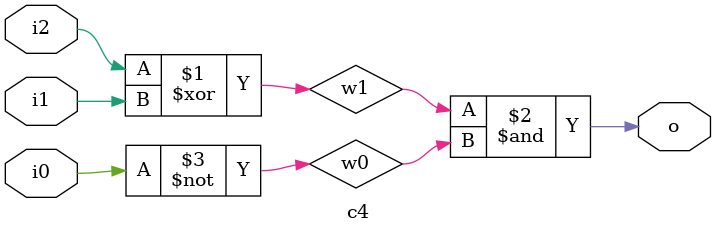
<source format=v>
module c4 (input i2,i1,i0,output o);
wire w1,w0;
xor #(1)(w1,i2,i1);
not #(1)(w0,i0);
and #(1)(o,w1,w0);
endmodule 
</source>
